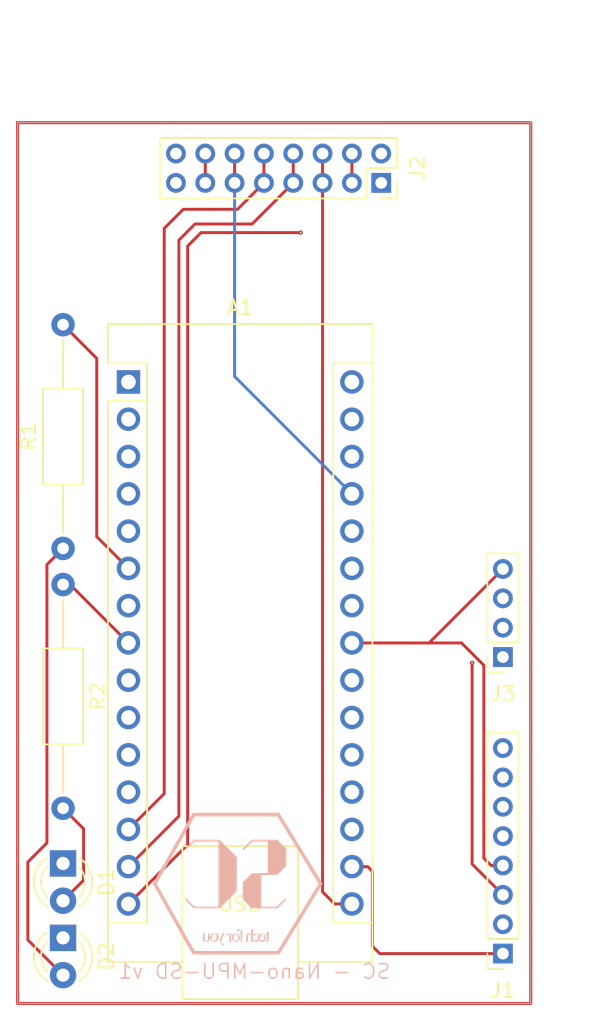
<source format=kicad_pcb>
(kicad_pcb (version 20240108) (generator "pcbnew") (generator_version "8.0")
  (layers (0 "F.Cu" signal) (1 "In1.Cu" signal) (2 "In2.Cu" signal "gnd") (31 "B.Cu" signal) (34 "B.Paste" user) (35 "F.Paste" user) (36 "B.SilkS" user "B.Silkscreen") (37 "F.SilkS" user "F.Silkscreen") (38 "B.Mask" user) (39 "F.Mask" user) (44 "Edge.Cuts" user))
  (net 0 "")
  (net 1 "Net-(A1-D10)")
  (net 3 "Net-(A1-D11)")
  (net 7 "Net-(A1-D3)")
  (net 12 "GND")
  (net 13 "+3.3V")
  (net 15 "Net-(A1-D13)")
  (net 18 "+5V")
  (net 24 "Net-(A1-A5)")
  (net 25 "Net-(A1-D5)")
  (net 28 "Net-(A1-A4)")
  (net 30 "Net-(A1-D12)")
  (net 31 "Net-(D1-A)")
  (net 32 "Net-(D2-A)")
  (footprint "Resistor_THT:R_Axial_DIN0207_L6.3mm_D2.5mm_P15.24mm_Horizontal" (layer "F.Cu") (at 53.1 81.46 -90)
    (property "Reference" "R2" (at 7.62 -2.37 90) (layer "F.SilkS"))
    (property "Value" "R")
    (pad "1" thru_hole circle (at 0 0 270) (size 1.6 1.6) (drill 0.8) (layers "*.Cu" "*.Mask") (net 25 "Net-(A1-D5)"))
    (pad "2" thru_hole oval (at 15.24 0 270) (size 1.6 1.6) (drill 0.8) (layers "*.Cu" "*.Mask") (net 31 "Net-(D1-A)"))
  )
  (footprint "LED_THT:LED_D3.0mm_Clear" (layer "F.Cu") (at 53.1 105.53 -90)
    (property "Reference" "D2" (at 1.27 -2.96 90) (layer "F.SilkS"))
    (property "Value" "LED")
    (pad "1" thru_hole rect (at 0 0 270) (size 1.8 1.8) (drill 0.9) (layers "*.Cu" "*.Mask") (net 12 "GND"))
    (pad "2" thru_hole circle (at 2.54 0 270) (size 1.8 1.8) (drill 0.9) (layers "*.Cu" "*.Mask") (net 32 "Net-(D2-A)"))
  )
  (footprint "Connector_PinSocket_2.00mm:PinSocket_2x08_P2.00mm_Vertical" (layer "F.Cu") (at 74.8 54.1 -90)
    (property "Reference" "J2" (at -1 -2.5 90) (layer "F.SilkS"))
    (property "Value" "DIN41612_02x08_AB_EvenPins")
    (pad "1" thru_hole rect (at 0 0 270) (size 1.35 1.35) (drill 0.8) (layers "*.Cu" "*.Mask") (net 12 "GND"))
    (pad "2" thru_hole oval (at -2 0 270) (size 1.35 1.35) (drill 0.8) (layers "*.Cu" "*.Mask") (net 12 "GND"))
    (pad "3" thru_hole oval (at 0 2 270) (size 1.35 1.35) (drill 0.8) (layers "*.Cu" "*.Mask") (net 30 "Net-(A1-D12)"))
    (pad "4" thru_hole oval (at -2 2 270) (size 1.35 1.35) (drill 0.8) (layers "*.Cu" "*.Mask") (net 30 "Net-(A1-D12)"))
    (pad "5" thru_hole oval (at 0 4 270) (size 1.35 1.35) (drill 0.8) (layers "*.Cu" "*.Mask") (net 15 "Net-(A1-D13)"))
    (pad "6" thru_hole oval (at -2 4 270) (size 1.35 1.35) (drill 0.8) (layers "*.Cu" "*.Mask") (net 15 "Net-(A1-D13)"))
    (pad "7" thru_hole oval (at 0 6 270) (size 1.35 1.35) (drill 0.8) (layers "*.Cu" "*.Mask") (net 3 "Net-(A1-D11)"))
    (pad "8" thru_hole oval (at -2 6 270) (size 1.35 1.35) (drill 0.8) (layers "*.Cu" "*.Mask") (net 3 "Net-(A1-D11)"))
    (pad "9" thru_hole oval (at 0 8 270) (size 1.35 1.35) (drill 0.8) (layers "*.Cu" "*.Mask") (net 1 "Net-(A1-D10)"))
    (pad "10" thru_hole oval (at -2 8 270) (size 1.35 1.35) (drill 0.8) (layers "*.Cu" "*.Mask") (net 1 "Net-(A1-D10)"))
    (pad "11" thru_hole oval (at 0 10 270) (size 1.35 1.35) (drill 0.8) (layers "*.Cu" "*.Mask") (net 18 "+5V"))
    (pad "12" thru_hole oval (at -2 10 270) (size 1.35 1.35) (drill 0.8) (layers "*.Cu" "*.Mask") (net 18 "+5V"))
    (pad "13" thru_hole oval (at 0 12 270) (size 1.35 1.35) (drill 0.8) (layers "*.Cu" "*.Mask") (net 13 "+3.3V"))
    (pad "14" thru_hole oval (at -2 12 270) (size 1.35 1.35) (drill 0.8) (layers "*.Cu" "*.Mask") (net 13 "+3.3V"))
    (pad "15" thru_hole oval (at 0 14 270) (size 1.35 1.35) (drill 0.8) (layers "*.Cu" "*.Mask") (net 12 "GND"))
    (pad "16" thru_hole oval (at -2 14 270) (size 1.35 1.35) (drill 0.8) (layers "*.Cu" "*.Mask") (net 12 "GND"))
  )
  (footprint "Module:Arduino_Nano" (layer "F.Cu") (at 57.56 67.66)
    (property "Reference" "A1" (at 7.62 -5.08 0) (layer "F.SilkS"))
    (property "Value" "Arduino_Nano_v2.x")
    (fp_text user "USB" (at 7.62 35.56 0) (layer "F.SilkS"))
    (pad "1" thru_hole rect (at 0 0) (size 1.6 1.6) (drill 1) (layers "*.Cu" "*.Mask"))
    (pad "2" thru_hole oval (at 0 2.54) (size 1.6 1.6) (drill 1) (layers "*.Cu" "*.Mask"))
    (pad "3" thru_hole oval (at 0 5.08) (size 1.6 1.6) (drill 1) (layers "*.Cu" "*.Mask"))
    (pad "4" thru_hole oval (at 0 7.62) (size 1.6 1.6) (drill 1) (layers "*.Cu" "*.Mask") (net 12 "GND"))
    (pad "5" thru_hole oval (at 0 10.16) (size 1.6 1.6) (drill 1) (layers "*.Cu" "*.Mask"))
    (pad "6" thru_hole oval (at 0 12.7) (size 1.6 1.6) (drill 1) (layers "*.Cu" "*.Mask") (net 7 "Net-(A1-D3)"))
    (pad "7" thru_hole oval (at 0 15.24) (size 1.6 1.6) (drill 1) (layers "*.Cu" "*.Mask"))
    (pad "8" thru_hole oval (at 0 17.78) (size 1.6 1.6) (drill 1) (layers "*.Cu" "*.Mask") (net 25 "Net-(A1-D5)"))
    (pad "9" thru_hole oval (at 0 20.32) (size 1.6 1.6) (drill 1) (layers "*.Cu" "*.Mask"))
    (pad "10" thru_hole oval (at 0 22.86) (size 1.6 1.6) (drill 1) (layers "*.Cu" "*.Mask"))
    (pad "11" thru_hole oval (at 0 25.4) (size 1.6 1.6) (drill 1) (layers "*.Cu" "*.Mask"))
    (pad "12" thru_hole oval (at 0 27.94) (size 1.6 1.6) (drill 1) (layers "*.Cu" "*.Mask"))
    (pad "13" thru_hole oval (at 0 30.48) (size 1.6 1.6) (drill 1) (layers "*.Cu" "*.Mask") (net 1 "Net-(A1-D10)"))
    (pad "14" thru_hole oval (at 0 33.02) (size 1.6 1.6) (drill 1) (layers "*.Cu" "*.Mask") (net 3 "Net-(A1-D11)"))
    (pad "15" thru_hole oval (at 0 35.56) (size 1.6 1.6) (drill 1) (layers "*.Cu" "*.Mask") (net 30 "Net-(A1-D12)"))
    (pad "16" thru_hole oval (at 15.24 35.56) (size 1.6 1.6) (drill 1) (layers "*.Cu" "*.Mask") (net 15 "Net-(A1-D13)"))
    (pad "17" thru_hole oval (at 15.24 33.02) (size 1.6 1.6) (drill 1) (layers "*.Cu" "*.Mask") (net 13 "+3.3V"))
    (pad "18" thru_hole oval (at 15.24 30.48) (size 1.6 1.6) (drill 1) (layers "*.Cu" "*.Mask"))
    (pad "19" thru_hole oval (at 15.24 27.94) (size 1.6 1.6) (drill 1) (layers "*.Cu" "*.Mask"))
    (pad "20" thru_hole oval (at 15.24 25.4) (size 1.6 1.6) (drill 1) (layers "*.Cu" "*.Mask"))
    (pad "21" thru_hole oval (at 15.24 22.86) (size 1.6 1.6) (drill 1) (layers "*.Cu" "*.Mask"))
    (pad "22" thru_hole oval (at 15.24 20.32) (size 1.6 1.6) (drill 1) (layers "*.Cu" "*.Mask"))
    (pad "23" thru_hole oval (at 15.24 17.78) (size 1.6 1.6) (drill 1) (layers "*.Cu" "*.Mask") (net 28 "Net-(A1-A4)"))
    (pad "24" thru_hole oval (at 15.24 15.24) (size 1.6 1.6) (drill 1) (layers "*.Cu" "*.Mask") (net 24 "Net-(A1-A5)"))
    (pad "25" thru_hole oval (at 15.24 12.7) (size 1.6 1.6) (drill 1) (layers "*.Cu" "*.Mask"))
    (pad "26" thru_hole oval (at 15.24 10.16) (size 1.6 1.6) (drill 1) (layers "*.Cu" "*.Mask"))
    (pad "27" thru_hole oval (at 15.24 7.62) (size 1.6 1.6) (drill 1) (layers "*.Cu" "*.Mask") (net 18 "+5V"))
    (pad "28" thru_hole oval (at 15.24 5.08) (size 1.6 1.6) (drill 1) (layers "*.Cu" "*.Mask"))
    (pad "29" thru_hole oval (at 15.24 2.54) (size 1.6 1.6) (drill 1) (layers "*.Cu" "*.Mask"))
    (pad "30" thru_hole oval (at 15.24 0) (size 1.6 1.6) (drill 1) (layers "*.Cu" "*.Mask"))
  )
  (footprint "Connector_PinSocket_2.00mm:PinSocket_1x04_P2.00mm_Vertical" (layer "F.Cu") (at 83.1 86.4 180)
    (property "Reference" "J3" (at 0 -2.5 0) (layer "F.SilkS"))
    (property "Value" "Conn_01x04_Socket")
    (pad "1" thru_hole rect (at 0 0 180) (size 1.35 1.35) (drill 0.8) (layers "*.Cu" "*.Mask") (net 13 "+3.3V"))
    (pad "2" thru_hole oval (at 0 2 180) (size 1.35 1.35) (drill 0.8) (layers "*.Cu" "*.Mask") (net 12 "GND"))
    (pad "3" thru_hole oval (at 0 4 180) (size 1.35 1.35) (drill 0.8) (layers "*.Cu" "*.Mask") (net 24 "Net-(A1-A5)"))
    (pad "4" thru_hole oval (at 0 6 180) (size 1.35 1.35) (drill 0.8) (layers "*.Cu" "*.Mask") (net 28 "Net-(A1-A4)"))
  )
  (footprint "LED_THT:LED_D3.0mm_Clear" (layer "F.Cu") (at 53.1 100.46 -90)
    (property "Reference" "D1" (at 1.27 -2.96 90) (layer "F.SilkS"))
    (property "Value" "LED")
    (pad "1" thru_hole rect (at 0 0 270) (size 1.8 1.8) (drill 0.9) (layers "*.Cu" "*.Mask") (net 12 "GND"))
    (pad "2" thru_hole circle (at 2.54 0 270) (size 1.8 1.8) (drill 0.9) (layers "*.Cu" "*.Mask") (net 31 "Net-(D1-A)"))
  )
  (footprint "Connector_PinSocket_2.00mm:PinSocket_1x08_P2.00mm_Vertical" (layer "F.Cu") (at 83.1 106.6 180)
    (property "Reference" "J1" (at 0 -2.5 0) (layer "F.SilkS"))
    (property "Value" "Conn_01x08_Socket")
    (pad "1" thru_hole rect (at 0 0 180) (size 1.35 1.35) (drill 0.8) (layers "*.Cu" "*.Mask") (net 13 "+3.3V"))
    (pad "2" thru_hole oval (at 0 2 180) (size 1.35 1.35) (drill 0.8) (layers "*.Cu" "*.Mask") (net 12 "GND"))
    (pad "3" thru_hole oval (at 0 4 180) (size 1.35 1.35) (drill 0.8) (layers "*.Cu" "*.Mask") (net 24 "Net-(A1-A5)"))
    (pad "4" thru_hole oval (at 0 6 180) (size 1.35 1.35) (drill 0.8) (layers "*.Cu" "*.Mask") (net 28 "Net-(A1-A4)"))
    (pad "5" thru_hole oval (at 0 8 180) (size 1.35 1.35) (drill 0.8) (layers "*.Cu" "*.Mask"))
    (pad "6" thru_hole oval (at 0 10 180) (size 1.35 1.35) (drill 0.8) (layers "*.Cu" "*.Mask"))
    (pad "7" thru_hole oval (at 0 12 180) (size 1.35 1.35) (drill 0.8) (layers "*.Cu" "*.Mask"))
    (pad "8" thru_hole oval (at 0 14 180) (size 1.35 1.35) (drill 0.8) (layers "*.Cu" "*.Mask"))
  )
  (footprint "Resistor_THT:R_Axial_DIN0207_L6.3mm_D2.5mm_P15.24mm_Horizontal" (layer "F.Cu") (at 53.1 79 90)
    (property "Reference" "R1" (at 7.62 -2.37 90) (layer "F.SilkS"))
    (property "Value" "R")
    (pad "1" thru_hole circle (at 0 0 90) (size 1.6 1.6) (drill 0.8) (layers "*.Cu" "*.Mask") (net 32 "Net-(D2-A)"))
    (pad "2" thru_hole oval (at 15.24 0 90) (size 1.6 1.6) (drill 0.8) (layers "*.Cu" "*.Mask") (net 7 "Net-(A1-D3)"))
  )
  (footprint "LOGO" (layer "B.Cu") (at 65 101.7 180)
    (property "Reference" "G***" (hide yes))
    (property "Value" "LOGO" (hide yes))
  )
  (gr_rect (start 50 50) (end 85 110) (stroke (width 0.2)) (fill none) (layer "F.Cu"))
  (gr_rect (start 50 50) (end 85 110) (stroke (width 0.05)) (fill none) (layer "Edge.Cuts"))
  (gr_text "SC - Nano-MPU-SD v1" (at 75.5 108.4 0) (layer "B.SilkS") (effects (font (size 1 1) (thickness 0.1)) (justify left bottom mirror)))
  (segment (start 61.3 55.9) (end 60 57.2) (width 0.2) (layer "F.Cu") (net 1))
  (segment (start 60 57.2) (end 60 95.7) (width 0.2) (layer "F.Cu") (net 1))
  (segment (start 65 55.9) (end 61.3 55.9) (width 0.2) (layer "F.Cu") (net 1))
  (segment (start 60 95.7) (end 57.56 98.14) (width 0.2) (layer "F.Cu") (net 1))
  (segment (start 66.8 52.1) (end 66.8 54.1) (width 0.2) (layer "F.Cu") (net 1))
  (segment (start 66.8 54.1) (end 65 55.9) (width 0.2) (layer "F.Cu") (net 1))
  (segment (start 62.1 56.9) (end 61 58) (width 0.2) (layer "F.Cu") (net 3))
  (segment (start 68.8 54.1) (end 66 56.9) (width 0.2) (layer "F.Cu") (net 3))
  (segment (start 61 97.24) (end 61 58) (width 0.2) (layer "F.Cu") (net 3))
  (segment (start 68.8 52.1) (end 68.8 54.1) (width 0.2) (layer "F.Cu") (net 3))
  (segment (start 57.56 100.68) (end 61 97.24) (width 0.2) (layer "F.Cu") (net 3))
  (segment (start 66 56.9) (end 62.1 56.9) (width 0.2) (layer "F.Cu") (net 3))
  (segment (start 53.1 63.76) (end 55.4 66.06) (width 0.2) (layer "F.Cu") (net 7))
  (segment (start 55.4 66.06) (end 55.4 66.8) (width 0.2) (layer "F.Cu") (net 7))
  (segment (start 55.4 78.2) (end 55.4 66.8) (width 0.2) (layer "F.Cu") (net 7))
  (segment (start 57.56 80.36) (end 55.4 78.2) (width 0.2) (layer "F.Cu") (net 7))
  (segment (start 74.2 106.1) (end 74.7 106.6) (width 0.2) (layer "F.Cu") (net 13))
  (segment (start 74.2 101) (end 74.2 106.1) (width 0.2) (layer "F.Cu") (net 13))
  (segment (start 62.8 52.1) (end 62.8 54.1) (width 0.2) (layer "F.Cu") (net 13))
  (segment (start 72.8 100.68) (end 73.88 100.68) (width 0.2) (layer "F.Cu") (net 13))
  (segment (start 74.7 106.6) (end 83.1 106.6) (width 0.2) (layer "F.Cu") (net 13))
  (segment (start 73.88 100.68) (end 74.2 101) (width 0.2) (layer "F.Cu") (net 13))
  (segment (start 70.8 102.4) (end 71.62 103.22) (width 0.2) (layer "F.Cu") (net 15))
  (segment (start 70.8 54.1) (end 70.8 102.4) (width 0.2) (layer "F.Cu") (net 15))
  (segment (start 70.8 52.1) (end 70.8 54.1) (width 0.2) (layer "F.Cu") (net 15))
  (segment (start 72.8 103.22) (end 71.62 103.22) (width 0.2) (layer "F.Cu") (net 15))
  (segment (start 64.8 52.1) (end 64.8 54.1) (width 0.2) (layer "F.Cu") (net 18))
  (segment (start 64.8 54.1) (end 64.8 67.28) (width 0.2) (layer "B.Cu") (net 18))
  (segment (start 64.8 67.28) (end 72.8 75.28) (width 0.2) (layer "B.Cu") (net 18))
  (segment (start 83.1 102.6) (end 81 100.5) (width 0.2) (layer "F.Cu") (net 24))
  (segment (start 81 100.5) (end 81 86.8) (width 0.2) (layer "F.Cu") (net 24))
  (via micro (at 81 86.8) (size 0.3) (drill 0.1) (layers "F.Cu" "In1.Cu") (net 24))
  (segment (start 53.58 81.46) (end 53.1 81.46) (width 0.2) (layer "F.Cu") (net 25))
  (segment (start 57.56 85.44) (end 53.58 81.46) (width 0.2) (layer "F.Cu") (net 25))
  (segment (start 78.06 85.44) (end 72.8 85.44) (width 0.2) (layer "F.Cu") (net 28))
  (segment (start 81.8 86.963603) (end 81.8 87) (width 0.2) (layer "F.Cu") (net 28))
  (segment (start 81.8 100.1) (end 81.8 87) (width 0.2) (layer "F.Cu") (net 28))
  (segment (start 78.06 85.44) (end 80.276397 85.44) (width 0.2) (layer "F.Cu") (net 28))
  (segment (start 82.3 100.6) (end 81.8 100.1) (width 0.2) (layer "F.Cu") (net 28))
  (segment (start 83.1 80.4) (end 78.06 85.44) (width 0.2) (layer "F.Cu") (net 28))
  (segment (start 83.1 100.6) (end 82.3 100.6) (width 0.2) (layer "F.Cu") (net 28))
  (segment (start 80.276397 85.44) (end 81.8 86.963603) (width 0.2) (layer "F.Cu") (net 28))
  (segment (start 61.6 99.18) (end 61.6 58.4) (width 0.2) (layer "F.Cu") (net 30))
  (segment (start 62.51307 57.48693) (end 69.3 57.48693) (width 0.2) (layer "F.Cu") (net 30))
  (segment (start 57.56 103.22) (end 61.6 99.18) (width 0.2) (layer "F.Cu") (net 30))
  (segment (start 61.6 58.4) (end 62.51307 57.48693) (width 0.2) (layer "F.Cu") (net 30))
  (segment (start 72.8 52.1) (end 72.8 54.1) (width 0.2) (layer "F.Cu") (net 30))
  (via micro (at 69.3 57.48693) (size 0.3) (drill 0.1) (layers "F.Cu" "In1.Cu") (net 30))
  (segment (start 54.5 101.6) (end 54.5 100.6) (width 0.2) (layer "F.Cu") (net 31))
  (segment (start 53.1 103) (end 54.5 101.6) (width 0.2) (layer "F.Cu") (net 31))
  (segment (start 53.1 96.7) (end 54.5 98.1) (width 0.2) (layer "F.Cu") (net 31))
  (segment (start 54.5 98.1) (end 54.5 100.6) (width 0.2) (layer "F.Cu") (net 31))
  (segment (start 50.7 105.67) (end 50.7 104.7) (width 0.2) (layer "F.Cu") (net 32))
  (segment (start 52 99.06) (end 50.7 100.36) (width 0.2) (layer "F.Cu") (net 32))
  (segment (start 50.7 100.36) (end 50.7 104.7) (width 0.2) (layer "F.Cu") (net 32))
  (segment (start 53.1 79) (end 52 80.1) (width 0.2) (layer "F.Cu") (net 32))
  (segment (start 52 80.1) (end 52 99.06) (width 0.2) (layer "F.Cu") (net 32))
  (segment (start 53.1 108.07) (end 50.7 105.67) (width 0.2) (layer "F.Cu") (net 32))
)
</source>
